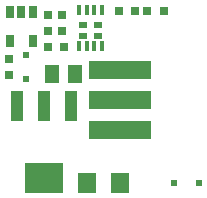
<source format=gbp>
G04*
G04 #@! TF.GenerationSoftware,Altium Limited,CircuitStudio,1.5.2 (30)*
G04*
G04 Layer_Color=16770453*
%FSLAX25Y25*%
%MOIN*%
G70*
G01*
G75*
%ADD10R,0.03000X0.03000*%
%ADD15R,0.03000X0.03000*%
%ADD27R,0.20984X0.06496*%
%ADD28R,0.03937X0.09843*%
%ADD29R,0.12992X0.09843*%
%ADD30R,0.02362X0.01969*%
%ADD31R,0.06299X0.07087*%
%ADD32R,0.05118X0.05906*%
%ADD33R,0.02559X0.04331*%
%ADD34R,0.01575X0.03268*%
%ADD35R,0.01969X0.02362*%
%ADD63R,0.02500X0.01969*%
%ADD64R,0.02500X0.01969*%
D10*
X81440Y29528D02*
D03*
X76040D02*
D03*
X57700Y17500D02*
D03*
X52300D02*
D03*
X90889Y29528D02*
D03*
X85489D02*
D03*
D15*
X52362Y28291D02*
D03*
Y22891D02*
D03*
X57087Y28291D02*
D03*
Y22891D02*
D03*
X39500Y8300D02*
D03*
Y13700D02*
D03*
D27*
X76201Y-10000D02*
D03*
Y-0D02*
D03*
Y10000D02*
D03*
D28*
X41945Y-1992D02*
D03*
X51000D02*
D03*
X60055D02*
D03*
D29*
X51000Y-26008D02*
D03*
D30*
X102559Y-27559D02*
D03*
X94291D02*
D03*
D31*
X65354D02*
D03*
X76378D02*
D03*
D32*
X61240Y8500D02*
D03*
X53760D02*
D03*
D33*
X39760Y29224D02*
D03*
X43500D02*
D03*
X47240D02*
D03*
Y19776D02*
D03*
X39760D02*
D03*
D34*
X62661Y17957D02*
D03*
X65220D02*
D03*
X67779D02*
D03*
X70339D02*
D03*
Y30043D02*
D03*
X67779D02*
D03*
X65220D02*
D03*
X62661D02*
D03*
D35*
X45000Y6866D02*
D03*
Y15134D02*
D03*
D63*
X68967Y21441D02*
D03*
X64034D02*
D03*
D64*
X68967Y24827D02*
D03*
X64034D02*
D03*
M02*

</source>
